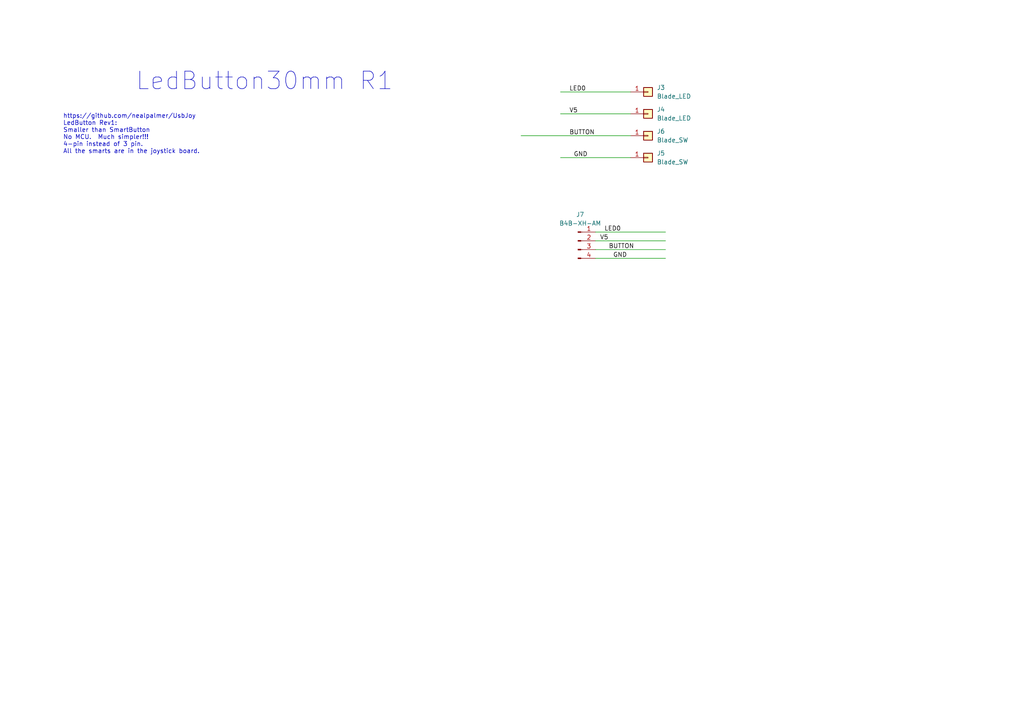
<source format=kicad_sch>
(kicad_sch (version 20250114) (generator "eeschema") (generator_version "9.0")
  (paper "A4")
  (lib_symbols
    (symbol "Connector:Conn_01x04_Pin" (pin_names (offset 1.016) (hide yes))
      (property "Reference" "J" (at 0 5.08 0))
      (property "Value" "Conn_01x04_Pin" (at 0 -7.62 0))
      (symbol "Conn_01x04_Pin_1_1"
        (rectangle (start 0.8636 2.667) (end 0 2.413) (stroke (width 0.1524)) (fill (type outline)))
        (rectangle (start 0.8636 0.127) (end 0 -0.127) (stroke (width 0.1524)) (fill (type outline)))
        (rectangle (start 0.8636 -2.413) (end 0 -2.667) (stroke (width 0.1524)) (fill (type outline)))
        (rectangle (start 0.8636 -4.953) (end 0 -5.207) (stroke (width 0.1524)) (fill (type outline)))
        (polyline (pts (xy 1.27 2.54) (xy 0.8636 2.54)) (stroke (width 0.1524)))
        (polyline (pts (xy 1.27 0) (xy 0.8636 0)) (stroke (width 0.1524)))
        (polyline (pts (xy 1.27 -2.54) (xy 0.8636 -2.54)) (stroke (width 0.1524)))
        (polyline (pts (xy 1.27 -5.08) (xy 0.8636 -5.08)) (stroke (width 0.1524)))
        (pin passive line (at 5.08 2.54 180) (length 3.81) (name "Pin_1") (number "1"))
        (pin passive line (at 5.08 0 180) (length 3.81) (name "Pin_2") (number "2"))
        (pin passive line (at 5.08 -2.54 180) (length 3.81) (name "Pin_3") (number "3"))
        (pin passive line (at 5.08 -5.08 180) (length 3.81) (name "Pin_4") (number "4"))
      )
    )
    (symbol "Connector_Generic:Conn_01x01" (pin_names (offset 1.016) (hide yes))
      (property "Reference" "J" (at 0 2.54 0))
      (property "Value" "Conn_01x01" (at 0 -2.54 0))
      (symbol "Conn_01x01_1_1"
        (rectangle (start -1.27 1.27) (end 1.27 -1.27) (stroke (width 0.254)) (fill (type background)))
        (rectangle (start -1.27 0.127) (end 0 -0.127) (stroke (width 0.1524)))
        (pin passive line (at -5.08 0 0) (length 3.81) (name "Pin_1") (number "1"))
      )
    )
  )
  (text "https://github.com/nealpalmer/UsbJoy\nLedButton Rev1:\nSmaller than SmartButton\nNo MCU.  Much simpler!!!\n4-pin instead of 3 pin.\nAll the smarts are in the joystick board." (at 18.288 33.02 0) (effects (font (size 1.27 1.27)) (justify left top)))
  (text "LedButton30mm R1" (at 76.708 23.622 0) (effects (font (size 5.08 5.08))))
  (wire (pts (xy 172.72 69.85) (xy 193.04 69.85)))
  (wire (pts (xy 172.72 74.93) (xy 193.04 74.93)))
  (wire (pts (xy 162.56 45.72) (xy 182.88 45.72)))
  (wire (pts (xy 172.72 72.39) (xy 193.04 72.39)))
  (wire (pts (xy 172.72 67.31) (xy 193.04 67.31)))
  (wire (pts (xy 162.56 26.67) (xy 182.88 26.67)))
  (wire (pts (xy 151.13 39.37) (xy 182.88 39.37)))
  (wire (pts (xy 162.56 33.02) (xy 182.88 33.02)))
  (label "LED0" (at 175.26 67.31 0))
  (label "BUTTON" (at 165.1 39.37 0))
  (label "V5" (at 173.99 69.85 0))
  (label "GND" (at 166.37 45.72 0))
  (label "V5" (at 165.1 33.02 0))
  (label "GND" (at 177.8 74.93 0))
  (label "LED0" (at 165.1 26.67 0))
  (label "BUTTON" (at 176.53 72.39 0))
  (symbol (lib_id "Connector_Generic:Conn_01x01") (at 187.96 33.02 0) (unit 1)
    (property "Reference" "J4" (at 190.5 31.7499 0) (effects (justify left)))
    (property "Value" "Blade_LED" (at 190.5 34.2899 0) (effects (justify left)))
    (property "Footprint" "Library:blade_3.75x1" (effects (hide yes)))
    (property "Description" "Generic connector, single row, 01x01, script generated (kicad-library-utils/schlib/autogen/connector/)" (effects (hide yes)))
  )
  (symbol (lib_id "Connector_Generic:Conn_01x01") (at 187.96 39.37 0) (unit 1)
    (property "Reference" "J6" (at 190.5 38.0999 0) (effects (justify left)))
    (property "Value" "Blade_SW" (at 190.5 40.6399 0) (effects (justify left)))
    (property "Footprint" "Library:blade_3.75x1" (effects (hide yes)))
    (property "Description" "Generic connector, single row, 01x01, script generated (kicad-library-utils/schlib/autogen/connector/)" (effects (hide yes)))
  )
  (symbol (lib_id "Connector_Generic:Conn_01x01") (at 187.96 26.67 0) (unit 1)
    (property "Reference" "J3" (at 190.5 25.3999 0) (effects (justify left)))
    (property "Value" "Blade_LED" (at 190.5 27.9399 0) (effects (justify left)))
    (property "Footprint" "Library:blade_3.75x1" (effects (hide yes)))
    (property "Description" "Generic connector, single row, 01x01, script generated (kicad-library-utils/schlib/autogen/connector/)" (effects (hide yes)))
  )
  (symbol (lib_id "Connector_Generic:Conn_01x01") (at 187.96 45.72 0) (unit 1)
    (property "Reference" "J5" (at 190.5 44.4499 0) (effects (justify left)))
    (property "Value" "Blade_SW" (at 190.5 46.9899 0) (effects (justify left)))
    (property "Footprint" "Library:blade_3.75x1" (effects (hide yes)))
    (property "Description" "Generic connector, single row, 01x01, script generated (kicad-library-utils/schlib/autogen/connector/)" (effects (hide yes)))
  )
  (symbol (lib_id "Connector:Conn_01x04_Pin") (at 167.64 69.85 0) (unit 1)
    (property "Reference" "J7" (at 168.275 62.23 0))
    (property "Value" "B4B-XH-AM" (at 168.275 64.77 0))
    (property "Footprint" "Connector_JST:JST_XH_B4B-XH-AM_1x04_P2.50mm_Vertical" (effects (hide yes)))
    (property "Description" "Generic connector, single row, 01x04, script generated" (effects (hide yes)))
  )
)
</source>
